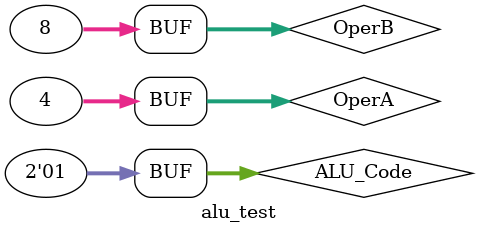
<source format=v>
`timescale 1ns / 1ps


module alu_test;

	// Inputs
	reg [31:0] OperA;
	reg [31:0] OperB;
	reg [1:0] ALU_Code;

	// Outputs
	wire [31:0] Result;
	wire Zero;
	wire Negative;
	wire Carry;
	wire Overflow;

	// Instantiate the Unit Under Test (UUT)
	ALU uut (
		.OperA(OperA), 
		.OperB(OperB), 
		.ALU_Code(ALU_Code), 
		.Result(Result), 
		.Zero(Zero), 
		.Negative(Negative), 
		.Carry(Carry), 
		.Overflow(Overflow)
	);

	initial begin
		// Initialize Inputs
		OperA = 4'b0100;
		OperB = 4'b1000;
		ALU_Code = 1;

		// Wait 100 ns for global reset to finish
		#100;
        
		// Add stimulus here

	end
      
endmodule


</source>
